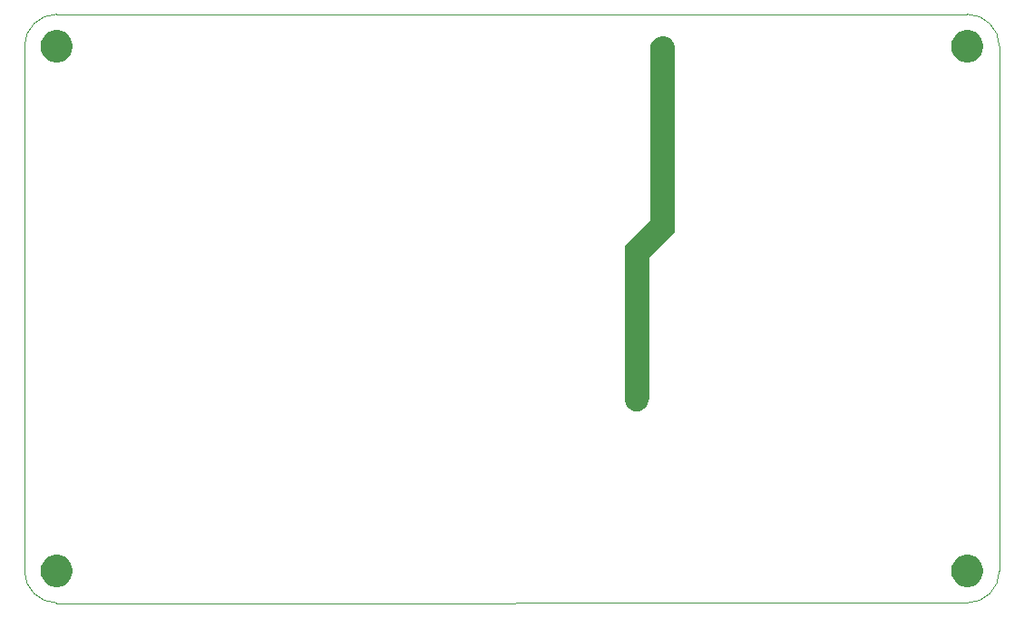
<source format=gbr>
%TF.GenerationSoftware,Altium Limited,Altium Designer,21.6.4 (81)*%
G04 Layer_Color=0*
%FSLAX43Y43*%
%MOMM*%
%TF.SameCoordinates,100B324C-8CEB-4A13-B8D1-7C84912F4746*%
%TF.FilePolarity,Positive*%
%TF.FileFunction,Profile,NP*%
%TF.Part,Single*%
G01*
G75*
%TA.AperFunction,Profile*%
%ADD155C,0.025*%
G36*
X56032Y19044D02*
Y33299D01*
X56069Y33389D01*
X58458Y35778D01*
Y37893D01*
X58455Y37920D01*
Y51820D01*
X58458Y51847D01*
X58459Y51995D01*
X58537Y52281D01*
X58687Y52537D01*
X58897Y52745D01*
X59154Y52892D01*
X59441Y52968D01*
X59737Y52967D01*
X60023Y52890D01*
X60279Y52741D01*
X60488Y52531D01*
X60636Y52275D01*
X60713Y51988D01*
Y51840D01*
D01*
X60708Y51772D01*
Y41303D01*
X60713Y41269D01*
Y34728D01*
X60675Y34638D01*
X58299Y32261D01*
X58292Y30819D01*
Y19046D01*
X58286Y19007D01*
X58281Y18860D01*
X58197Y18579D01*
X58043Y18329D01*
X57830Y18126D01*
X57573Y17985D01*
X57287Y17915D01*
X56994Y17919D01*
X56711Y17999D01*
X56459Y18149D01*
X56253Y18358D01*
X56107Y18614D01*
X56032Y18897D01*
Y19044D01*
D01*
D02*
G37*
G36*
X86500Y52000D02*
Y51852D01*
X86558Y51562D01*
X86671Y51289D01*
X86835Y51044D01*
X87044Y50835D01*
X87289Y50671D01*
X87562Y50558D01*
X87852Y50500D01*
X88000D01*
X88148D01*
X88438Y50558D01*
X88711Y50671D01*
X88956Y50835D01*
X89165Y51044D01*
X89329Y51289D01*
X89442Y51562D01*
X89500Y51852D01*
Y52000D01*
Y52148D01*
X89442Y52438D01*
X89329Y52711D01*
X89165Y52956D01*
X88956Y53165D01*
X88711Y53329D01*
X88438Y53442D01*
X88148Y53500D01*
X88000D01*
X87852D01*
X87562Y53442D01*
X87289Y53329D01*
X87044Y53165D01*
X86835Y52956D01*
X86671Y52711D01*
X86558Y52438D01*
X86500Y52148D01*
Y52000D01*
D01*
D02*
G37*
G36*
Y3000D02*
Y2852D01*
X86558Y2562D01*
X86671Y2289D01*
X86835Y2044D01*
X87044Y1835D01*
X87289Y1671D01*
X87562Y1558D01*
X87852Y1500D01*
X88000D01*
X88148D01*
X88438Y1558D01*
X88711Y1671D01*
X88956Y1835D01*
X89165Y2044D01*
X89329Y2289D01*
X89442Y2562D01*
X89500Y2852D01*
Y3000D01*
Y3148D01*
X89442Y3438D01*
X89329Y3711D01*
X89165Y3956D01*
X88956Y4165D01*
X88711Y4329D01*
X88438Y4442D01*
X88148Y4500D01*
X88000D01*
X87852D01*
X87562Y4442D01*
X87289Y4329D01*
X87044Y4165D01*
X86835Y3956D01*
X86671Y3711D01*
X86558Y3438D01*
X86500Y3148D01*
Y3000D01*
D01*
D02*
G37*
G36*
X1500D02*
Y2852D01*
X1558Y2562D01*
X1671Y2289D01*
X1835Y2044D01*
X2044Y1835D01*
X2289Y1671D01*
X2562Y1558D01*
X2852Y1500D01*
X3000D01*
X3148D01*
X3438Y1558D01*
X3711Y1671D01*
X3956Y1835D01*
X4165Y2044D01*
X4329Y2289D01*
X4442Y2562D01*
X4500Y2852D01*
Y3000D01*
Y3148D01*
X4442Y3438D01*
X4329Y3711D01*
X4165Y3956D01*
X3956Y4165D01*
X3711Y4329D01*
X3438Y4442D01*
X3148Y4500D01*
X3000D01*
X2852D01*
X2562Y4442D01*
X2289Y4329D01*
X2044Y4165D01*
X1835Y3956D01*
X1671Y3711D01*
X1558Y3438D01*
X1500Y3148D01*
Y3000D01*
D01*
D02*
G37*
G36*
Y52000D02*
Y51852D01*
X1558Y51562D01*
X1671Y51289D01*
X1835Y51044D01*
X2044Y50835D01*
X2289Y50671D01*
X2562Y50558D01*
X2852Y50500D01*
X3000D01*
X3148D01*
X3438Y50558D01*
X3711Y50671D01*
X3956Y50835D01*
X4165Y51044D01*
X4329Y51289D01*
X4442Y51562D01*
X4500Y51852D01*
Y52000D01*
Y52148D01*
X4442Y52438D01*
X4329Y52711D01*
X4165Y52956D01*
X3956Y53165D01*
X3711Y53329D01*
X3438Y53442D01*
X3148Y53500D01*
X3000D01*
X2852D01*
X2562Y53442D01*
X2289Y53329D01*
X2044Y53165D01*
X1835Y52956D01*
X1671Y52711D01*
X1558Y52438D01*
X1500Y52148D01*
Y52000D01*
D01*
D02*
G37*
D155*
X0Y3000D02*
G03*
X3000Y0I3000J0D01*
G01*
X2986Y-22D01*
X88036Y-2D01*
X88000Y0D01*
D02*
G03*
X91000Y3000I0J3000D01*
G01*
X91000Y52000D01*
D02*
G03*
X88000Y55000I-3000J-0D01*
G01*
X3000D01*
D02*
G03*
X0Y52000I0J-3000D01*
G01*
X0Y3000D01*
%TF.MD5,7af5e550c9a00a60d0749b6808bf8b24*%
M02*

</source>
